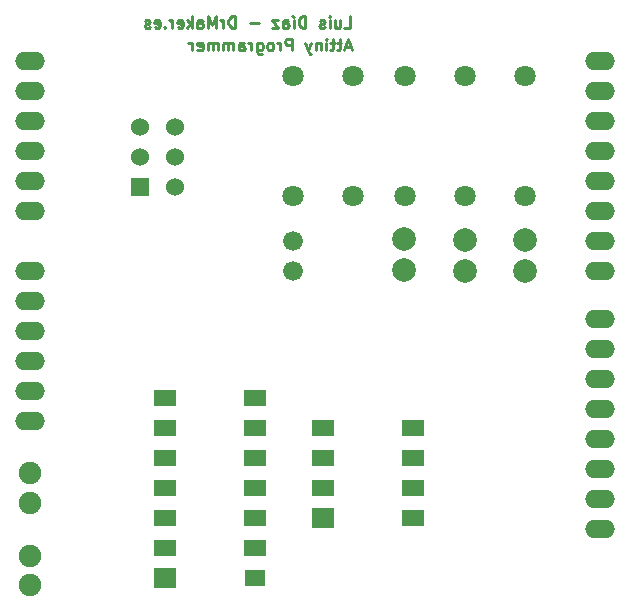
<source format=gbs>
G04 (created by PCBNEW (2013-jul-07)-stable) date Wed 25 Feb 2015 17:07:09 CET*
%MOIN*%
G04 Gerber Fmt 3.4, Leading zero omitted, Abs format*
%FSLAX34Y34*%
G01*
G70*
G90*
G04 APERTURE LIST*
%ADD10C,0.00590551*%
%ADD11C,0.00984252*%
%ADD12O,0.1X0.06*%
%ADD13R,0.06X0.06*%
%ADD14C,0.06*%
%ADD15C,0.066*%
%ADD16R,0.0748031X0.0708661*%
%ADD17R,0.0748031X0.0551181*%
%ADD18R,0.0669291X0.0551181*%
%ADD19C,0.0748031*%
%ADD20C,0.0708661*%
%ADD21C,0.0787402*%
G04 APERTURE END LIST*
G54D10*
G54D11*
X71930Y-23796D02*
X71743Y-23796D01*
X71968Y-23909D02*
X71837Y-23515D01*
X71705Y-23909D01*
X71630Y-23646D02*
X71480Y-23646D01*
X71574Y-23515D02*
X71574Y-23853D01*
X71555Y-23890D01*
X71518Y-23909D01*
X71480Y-23909D01*
X71405Y-23646D02*
X71255Y-23646D01*
X71349Y-23515D02*
X71349Y-23853D01*
X71330Y-23890D01*
X71293Y-23909D01*
X71255Y-23909D01*
X71124Y-23909D02*
X71124Y-23646D01*
X71124Y-23515D02*
X71143Y-23534D01*
X71124Y-23553D01*
X71106Y-23534D01*
X71124Y-23515D01*
X71124Y-23553D01*
X70937Y-23646D02*
X70937Y-23909D01*
X70937Y-23684D02*
X70918Y-23665D01*
X70881Y-23646D01*
X70824Y-23646D01*
X70787Y-23665D01*
X70768Y-23703D01*
X70768Y-23909D01*
X70618Y-23646D02*
X70524Y-23909D01*
X70431Y-23646D02*
X70524Y-23909D01*
X70562Y-24003D01*
X70581Y-24021D01*
X70618Y-24040D01*
X69981Y-23909D02*
X69981Y-23515D01*
X69831Y-23515D01*
X69793Y-23534D01*
X69774Y-23553D01*
X69756Y-23590D01*
X69756Y-23646D01*
X69774Y-23684D01*
X69793Y-23703D01*
X69831Y-23721D01*
X69981Y-23721D01*
X69587Y-23909D02*
X69587Y-23646D01*
X69587Y-23721D02*
X69568Y-23684D01*
X69549Y-23665D01*
X69512Y-23646D01*
X69474Y-23646D01*
X69287Y-23909D02*
X69324Y-23890D01*
X69343Y-23871D01*
X69362Y-23834D01*
X69362Y-23721D01*
X69343Y-23684D01*
X69324Y-23665D01*
X69287Y-23646D01*
X69231Y-23646D01*
X69193Y-23665D01*
X69175Y-23684D01*
X69156Y-23721D01*
X69156Y-23834D01*
X69175Y-23871D01*
X69193Y-23890D01*
X69231Y-23909D01*
X69287Y-23909D01*
X68818Y-23646D02*
X68818Y-23965D01*
X68837Y-24003D01*
X68856Y-24021D01*
X68893Y-24040D01*
X68950Y-24040D01*
X68987Y-24021D01*
X68818Y-23890D02*
X68856Y-23909D01*
X68931Y-23909D01*
X68968Y-23890D01*
X68987Y-23871D01*
X69006Y-23834D01*
X69006Y-23721D01*
X68987Y-23684D01*
X68968Y-23665D01*
X68931Y-23646D01*
X68856Y-23646D01*
X68818Y-23665D01*
X68631Y-23909D02*
X68631Y-23646D01*
X68631Y-23721D02*
X68612Y-23684D01*
X68593Y-23665D01*
X68556Y-23646D01*
X68518Y-23646D01*
X68218Y-23909D02*
X68218Y-23703D01*
X68237Y-23665D01*
X68275Y-23646D01*
X68350Y-23646D01*
X68387Y-23665D01*
X68218Y-23890D02*
X68256Y-23909D01*
X68350Y-23909D01*
X68387Y-23890D01*
X68406Y-23853D01*
X68406Y-23815D01*
X68387Y-23778D01*
X68350Y-23759D01*
X68256Y-23759D01*
X68218Y-23740D01*
X68031Y-23909D02*
X68031Y-23646D01*
X68031Y-23684D02*
X68012Y-23665D01*
X67975Y-23646D01*
X67918Y-23646D01*
X67881Y-23665D01*
X67862Y-23703D01*
X67862Y-23909D01*
X67862Y-23703D02*
X67843Y-23665D01*
X67806Y-23646D01*
X67750Y-23646D01*
X67712Y-23665D01*
X67693Y-23703D01*
X67693Y-23909D01*
X67506Y-23909D02*
X67506Y-23646D01*
X67506Y-23684D02*
X67487Y-23665D01*
X67450Y-23646D01*
X67393Y-23646D01*
X67356Y-23665D01*
X67337Y-23703D01*
X67337Y-23909D01*
X67337Y-23703D02*
X67318Y-23665D01*
X67281Y-23646D01*
X67225Y-23646D01*
X67187Y-23665D01*
X67169Y-23703D01*
X67169Y-23909D01*
X66831Y-23890D02*
X66869Y-23909D01*
X66944Y-23909D01*
X66981Y-23890D01*
X67000Y-23853D01*
X67000Y-23703D01*
X66981Y-23665D01*
X66944Y-23646D01*
X66869Y-23646D01*
X66831Y-23665D01*
X66812Y-23703D01*
X66812Y-23740D01*
X67000Y-23778D01*
X66644Y-23909D02*
X66644Y-23646D01*
X66644Y-23721D02*
X66625Y-23684D01*
X66606Y-23665D01*
X66569Y-23646D01*
X66531Y-23646D01*
X71724Y-23159D02*
X71912Y-23159D01*
X71912Y-22765D01*
X71424Y-22896D02*
X71424Y-23159D01*
X71593Y-22896D02*
X71593Y-23103D01*
X71574Y-23140D01*
X71537Y-23159D01*
X71480Y-23159D01*
X71443Y-23140D01*
X71424Y-23121D01*
X71237Y-23159D02*
X71237Y-22896D01*
X71237Y-22765D02*
X71255Y-22784D01*
X71237Y-22803D01*
X71218Y-22784D01*
X71237Y-22765D01*
X71237Y-22803D01*
X71068Y-23140D02*
X71030Y-23159D01*
X70955Y-23159D01*
X70918Y-23140D01*
X70899Y-23103D01*
X70899Y-23084D01*
X70918Y-23046D01*
X70955Y-23028D01*
X71012Y-23028D01*
X71049Y-23009D01*
X71068Y-22971D01*
X71068Y-22953D01*
X71049Y-22915D01*
X71012Y-22896D01*
X70955Y-22896D01*
X70918Y-22915D01*
X70431Y-23159D02*
X70431Y-22765D01*
X70337Y-22765D01*
X70281Y-22784D01*
X70243Y-22821D01*
X70224Y-22859D01*
X70206Y-22934D01*
X70206Y-22990D01*
X70224Y-23065D01*
X70243Y-23103D01*
X70281Y-23140D01*
X70337Y-23159D01*
X70431Y-23159D01*
X70037Y-23159D02*
X70037Y-22896D01*
X69999Y-22746D02*
X70056Y-22803D01*
X69681Y-23159D02*
X69681Y-22953D01*
X69699Y-22915D01*
X69737Y-22896D01*
X69812Y-22896D01*
X69849Y-22915D01*
X69681Y-23140D02*
X69718Y-23159D01*
X69812Y-23159D01*
X69849Y-23140D01*
X69868Y-23103D01*
X69868Y-23065D01*
X69849Y-23028D01*
X69812Y-23009D01*
X69718Y-23009D01*
X69681Y-22990D01*
X69531Y-22896D02*
X69324Y-22896D01*
X69531Y-23159D01*
X69324Y-23159D01*
X68874Y-23009D02*
X68574Y-23009D01*
X68087Y-23159D02*
X68087Y-22765D01*
X67993Y-22765D01*
X67937Y-22784D01*
X67900Y-22821D01*
X67881Y-22859D01*
X67862Y-22934D01*
X67862Y-22990D01*
X67881Y-23065D01*
X67900Y-23103D01*
X67937Y-23140D01*
X67993Y-23159D01*
X68087Y-23159D01*
X67693Y-23159D02*
X67693Y-22896D01*
X67693Y-22971D02*
X67675Y-22934D01*
X67656Y-22915D01*
X67618Y-22896D01*
X67581Y-22896D01*
X67450Y-23159D02*
X67450Y-22765D01*
X67318Y-23046D01*
X67187Y-22765D01*
X67187Y-23159D01*
X66831Y-23159D02*
X66831Y-22953D01*
X66850Y-22915D01*
X66887Y-22896D01*
X66962Y-22896D01*
X67000Y-22915D01*
X66831Y-23140D02*
X66868Y-23159D01*
X66962Y-23159D01*
X67000Y-23140D01*
X67018Y-23103D01*
X67018Y-23065D01*
X67000Y-23028D01*
X66962Y-23009D01*
X66868Y-23009D01*
X66831Y-22990D01*
X66643Y-23159D02*
X66643Y-22765D01*
X66606Y-23009D02*
X66494Y-23159D01*
X66494Y-22896D02*
X66643Y-23046D01*
X66175Y-23140D02*
X66212Y-23159D01*
X66287Y-23159D01*
X66325Y-23140D01*
X66344Y-23103D01*
X66344Y-22953D01*
X66325Y-22915D01*
X66287Y-22896D01*
X66212Y-22896D01*
X66175Y-22915D01*
X66156Y-22953D01*
X66156Y-22990D01*
X66344Y-23028D01*
X65987Y-23159D02*
X65987Y-22896D01*
X65987Y-22971D02*
X65969Y-22934D01*
X65950Y-22915D01*
X65912Y-22896D01*
X65875Y-22896D01*
X65744Y-23121D02*
X65725Y-23140D01*
X65744Y-23159D01*
X65762Y-23140D01*
X65744Y-23121D01*
X65744Y-23159D01*
X65406Y-23140D02*
X65444Y-23159D01*
X65519Y-23159D01*
X65556Y-23140D01*
X65575Y-23103D01*
X65575Y-22953D01*
X65556Y-22915D01*
X65519Y-22896D01*
X65444Y-22896D01*
X65406Y-22915D01*
X65387Y-22953D01*
X65387Y-22990D01*
X65575Y-23028D01*
X65237Y-23140D02*
X65200Y-23159D01*
X65125Y-23159D01*
X65087Y-23140D01*
X65069Y-23103D01*
X65069Y-23084D01*
X65087Y-23046D01*
X65125Y-23028D01*
X65181Y-23028D01*
X65219Y-23009D01*
X65237Y-22971D01*
X65237Y-22953D01*
X65219Y-22915D01*
X65181Y-22896D01*
X65125Y-22896D01*
X65087Y-22915D01*
G54D12*
X61250Y-24250D03*
X61250Y-25250D03*
X61250Y-26250D03*
X61250Y-29250D03*
X61250Y-28250D03*
X61250Y-27250D03*
X61250Y-31250D03*
X61250Y-32250D03*
X61250Y-33250D03*
X61250Y-35250D03*
X61250Y-36250D03*
X80250Y-24250D03*
X80250Y-25250D03*
X80250Y-26250D03*
X80250Y-27250D03*
X80250Y-28250D03*
X80250Y-29250D03*
X80250Y-30250D03*
X80250Y-31250D03*
X80250Y-32850D03*
X80250Y-33850D03*
X80250Y-34850D03*
X80250Y-35850D03*
X80250Y-36850D03*
X80250Y-37850D03*
X80250Y-38850D03*
X80250Y-39850D03*
X61250Y-34250D03*
G54D13*
X64905Y-28460D03*
G54D14*
X64905Y-27460D03*
X64905Y-26460D03*
X66094Y-26460D03*
X66094Y-27460D03*
X66094Y-28460D03*
G54D15*
X70000Y-31250D03*
X70000Y-30250D03*
G54D16*
X65750Y-41500D03*
G54D17*
X65750Y-40500D03*
X65750Y-39500D03*
X65750Y-38500D03*
X65750Y-37500D03*
X65750Y-36500D03*
X65750Y-35500D03*
X68750Y-35500D03*
X68750Y-36500D03*
X68750Y-37500D03*
X68750Y-38500D03*
X68750Y-39500D03*
X68750Y-40500D03*
G54D18*
X68750Y-41500D03*
G54D19*
X61250Y-40750D03*
X61250Y-41734D03*
X61250Y-39000D03*
X61250Y-38000D03*
G54D16*
X71000Y-39500D03*
G54D17*
X71000Y-38500D03*
X71000Y-37500D03*
X71000Y-36500D03*
X74000Y-36500D03*
X74000Y-37500D03*
X74000Y-38500D03*
X74000Y-39500D03*
G54D20*
X77750Y-24750D03*
X77750Y-28750D03*
X75750Y-24750D03*
X75750Y-28750D03*
X73750Y-24750D03*
X73750Y-28750D03*
G54D21*
X77750Y-31261D03*
X77750Y-30238D03*
X75750Y-31261D03*
X75750Y-30238D03*
X73700Y-31211D03*
X73700Y-30188D03*
G54D20*
X72000Y-28750D03*
X72000Y-24750D03*
X70000Y-24750D03*
X70000Y-28750D03*
M02*

</source>
